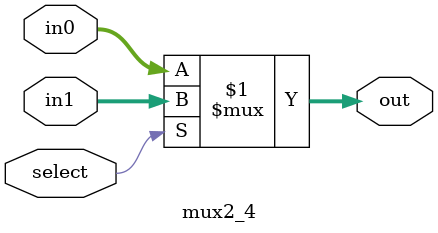
<source format=v>
module mux2_4(out, select, in0, in1);
    input select;
    input [3:0] in0, in1;
    output [3:0] out;
    assign out = select ? in1 : in0;
endmodule
</source>
